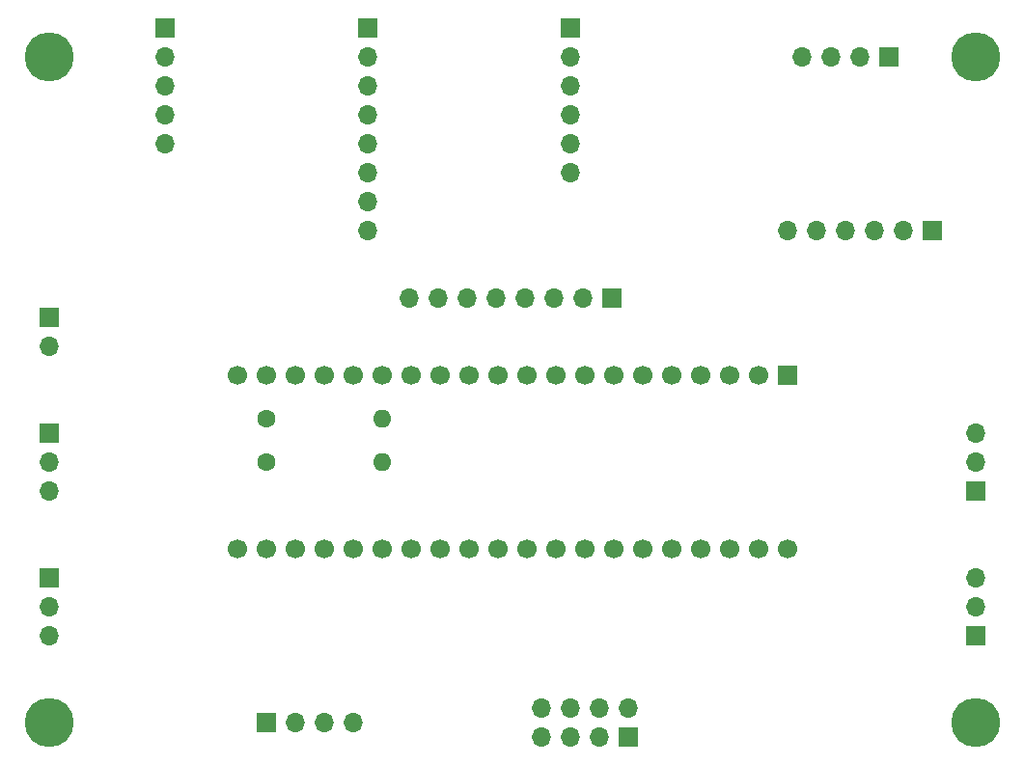
<source format=gbr>
%TF.GenerationSoftware,KiCad,Pcbnew,(6.0.8)*%
%TF.CreationDate,2022-12-03T20:58:23+01:00*%
%TF.ProjectId,f411,66343131-2e6b-4696-9361-645f70636258,V01*%
%TF.SameCoordinates,Original*%
%TF.FileFunction,Soldermask,Bot*%
%TF.FilePolarity,Negative*%
%FSLAX46Y46*%
G04 Gerber Fmt 4.6, Leading zero omitted, Abs format (unit mm)*
G04 Created by KiCad (PCBNEW (6.0.8)) date 2022-12-03 20:58:23*
%MOMM*%
%LPD*%
G01*
G04 APERTURE LIST*
%ADD10C,1.700000*%
%ADD11R,1.700000X1.700000*%
%ADD12O,1.700000X1.700000*%
%ADD13C,4.300000*%
%ADD14C,1.600000*%
%ADD15O,1.600000X1.600000*%
G04 APERTURE END LIST*
D10*
%TO.C,U1*%
X148590000Y-124460000D03*
X146050000Y-124460000D03*
X143510000Y-124460000D03*
X140970000Y-124460000D03*
X138430000Y-124460000D03*
X135890000Y-124460000D03*
X133350000Y-124460000D03*
X130810000Y-124460000D03*
X128270000Y-124460000D03*
X125730000Y-124460000D03*
X123190000Y-124460000D03*
X120650000Y-124460000D03*
X118110000Y-124460000D03*
X115570000Y-124460000D03*
X113030000Y-124460000D03*
X110490000Y-124460000D03*
X107950000Y-124460000D03*
X105410000Y-124460000D03*
X102870000Y-124460000D03*
X100330000Y-124460000D03*
X100330000Y-109220000D03*
X102870000Y-109220000D03*
X105410000Y-109220000D03*
X107950000Y-109220000D03*
X110490000Y-109220000D03*
X113030000Y-109220000D03*
X115570000Y-109220000D03*
X118110000Y-109220000D03*
X120650000Y-109220000D03*
X123190000Y-109220000D03*
X125730000Y-109220000D03*
X128270000Y-109220000D03*
X130810000Y-109220000D03*
X133350000Y-109220000D03*
X135890000Y-109220000D03*
X138430000Y-109220000D03*
X140970000Y-109220000D03*
X143510000Y-109220000D03*
X146050000Y-109220000D03*
D11*
X148590000Y-109220000D03*
%TD*%
%TO.C,J6*%
X134620000Y-140990000D03*
D12*
X134620000Y-138450000D03*
X132080000Y-140990000D03*
X132080000Y-138450000D03*
X129540000Y-140990000D03*
X129540000Y-138450000D03*
X127000000Y-140990000D03*
X127000000Y-138450000D03*
%TD*%
D11*
%TO.C,J13*%
X157480000Y-81280000D03*
D12*
X154940000Y-81280000D03*
X152400000Y-81280000D03*
X149860000Y-81280000D03*
%TD*%
D13*
%TO.C,H4*%
X165100000Y-139700000D03*
%TD*%
D11*
%TO.C,J2*%
X83820000Y-114300000D03*
D12*
X83820000Y-116840000D03*
X83820000Y-119380000D03*
%TD*%
D11*
%TO.C,J5*%
X83820000Y-104140000D03*
D12*
X83820000Y-106680000D03*
%TD*%
D13*
%TO.C,H3*%
X83820000Y-81280000D03*
%TD*%
D11*
%TO.C,J11*%
X111760000Y-78740000D03*
D12*
X111760000Y-81280000D03*
X111760000Y-83820000D03*
X111760000Y-86360000D03*
X111760000Y-88900000D03*
X111760000Y-91440000D03*
X111760000Y-93980000D03*
X111760000Y-96520000D03*
%TD*%
D11*
%TO.C,J12*%
X129540000Y-78740000D03*
D12*
X129540000Y-81280000D03*
X129540000Y-83820000D03*
X129540000Y-86360000D03*
X129540000Y-88900000D03*
X129540000Y-91440000D03*
%TD*%
D11*
%TO.C,J10*%
X93980000Y-78740000D03*
D12*
X93980000Y-81280000D03*
X93980000Y-83820000D03*
X93980000Y-86360000D03*
X93980000Y-88900000D03*
%TD*%
D11*
%TO.C,J3*%
X165100000Y-132080000D03*
D12*
X165100000Y-129540000D03*
X165100000Y-127000000D03*
%TD*%
D11*
%TO.C,J4*%
X161290000Y-96520000D03*
D12*
X158750000Y-96520000D03*
X156210000Y-96520000D03*
X153670000Y-96520000D03*
X151130000Y-96520000D03*
X148590000Y-96520000D03*
%TD*%
D11*
%TO.C,J8*%
X102880000Y-139700000D03*
D12*
X105420000Y-139700000D03*
X107960000Y-139700000D03*
X110500000Y-139700000D03*
%TD*%
D13*
%TO.C,H2*%
X83820000Y-139700000D03*
%TD*%
D14*
%TO.C,R10k1*%
X102870000Y-113030000D03*
D15*
X113030000Y-113030000D03*
%TD*%
D13*
%TO.C,H1*%
X165100000Y-81280000D03*
%TD*%
D11*
%TO.C,J9*%
X165100000Y-119380000D03*
D12*
X165100000Y-116840000D03*
X165100000Y-114300000D03*
%TD*%
D14*
%TO.C,R10k2*%
X102870000Y-116840000D03*
D15*
X113030000Y-116840000D03*
%TD*%
D11*
%TO.C,J1*%
X83820000Y-127000000D03*
D12*
X83820000Y-129540000D03*
X83820000Y-132080000D03*
%TD*%
D11*
%TO.C,J14*%
X133197600Y-102463600D03*
D12*
X130657600Y-102463600D03*
X128117600Y-102463600D03*
X125577600Y-102463600D03*
X123037600Y-102463600D03*
X120497600Y-102463600D03*
X117957600Y-102463600D03*
X115417600Y-102463600D03*
%TD*%
M02*

</source>
